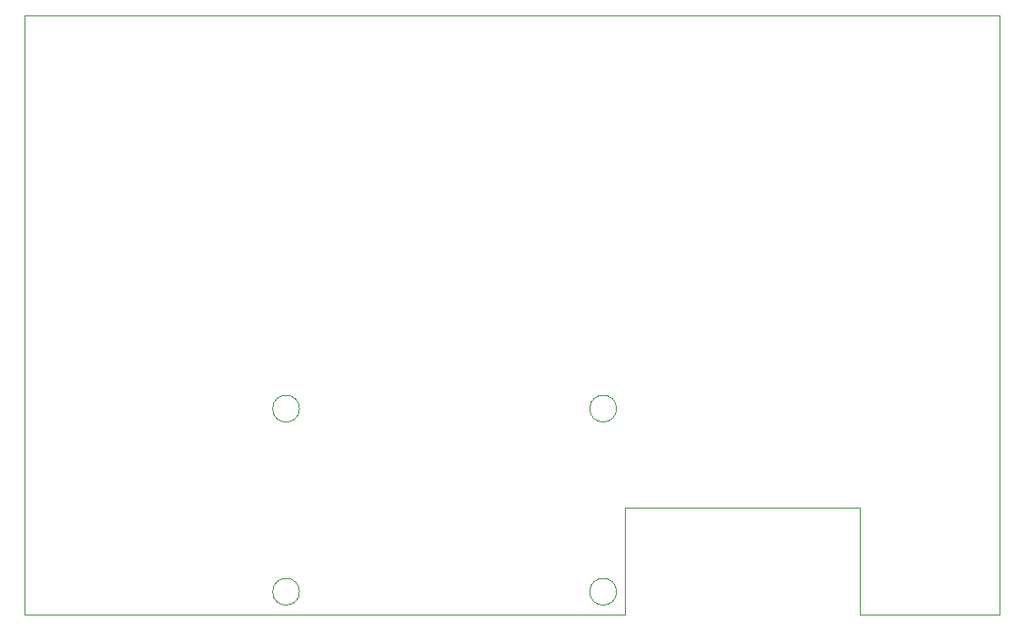
<source format=gm1>
G04 #@! TF.GenerationSoftware,KiCad,Pcbnew,9.0.5*
G04 #@! TF.CreationDate,2025-12-26T12:12:57+01:00*
G04 #@! TF.ProjectId,peak-ignitor-box,7065616b-2d69-4676-9e69-746f722d626f,rev?*
G04 #@! TF.SameCoordinates,Original*
G04 #@! TF.FileFunction,Profile,NP*
%FSLAX46Y46*%
G04 Gerber Fmt 4.6, Leading zero omitted, Abs format (unit mm)*
G04 Created by KiCad (PCBNEW 9.0.5) date 2025-12-26 12:12:57*
%MOMM*%
%LPD*%
G01*
G04 APERTURE LIST*
G04 #@! TA.AperFunction,Profile*
%ADD10C,0.050000*%
G04 #@! TD*
G04 #@! TA.AperFunction,Profile*
%ADD11C,0.120000*%
G04 #@! TD*
G04 APERTURE END LIST*
D10*
X197000000Y-74000000D02*
X197000000Y-130000000D01*
X275000000Y-120000000D02*
X275000000Y-129000000D01*
X275000000Y-129000000D02*
X275000000Y-130000000D01*
X253000000Y-130000000D02*
X250000000Y-130000000D01*
X253000000Y-120000000D02*
X275000000Y-120000000D01*
X197000000Y-74000000D02*
X288000000Y-74000000D01*
D11*
X222650000Y-110750000D02*
G75*
G02*
X220150000Y-110750000I-1250000J0D01*
G01*
X220150000Y-110750000D02*
G75*
G02*
X222650000Y-110750000I1250000J0D01*
G01*
X252250000Y-127850000D02*
G75*
G02*
X249750000Y-127850000I-1250000J0D01*
G01*
X249750000Y-127850000D02*
G75*
G02*
X252250000Y-127850000I1250000J0D01*
G01*
D10*
X288000000Y-74000000D02*
X288000000Y-130000000D01*
X275000000Y-130000000D02*
X278000000Y-130000000D01*
D11*
X252250000Y-110750000D02*
G75*
G02*
X249750000Y-110750000I-1250000J0D01*
G01*
X249750000Y-110750000D02*
G75*
G02*
X252250000Y-110750000I1250000J0D01*
G01*
D10*
X288000000Y-130000000D02*
X278000000Y-130000000D01*
X253000000Y-130000000D02*
X253000000Y-120000000D01*
X197000000Y-130000000D02*
X250000000Y-130000000D01*
D11*
X222650000Y-127850000D02*
G75*
G02*
X220150000Y-127850000I-1250000J0D01*
G01*
X220150000Y-127850000D02*
G75*
G02*
X222650000Y-127850000I1250000J0D01*
G01*
M02*

</source>
